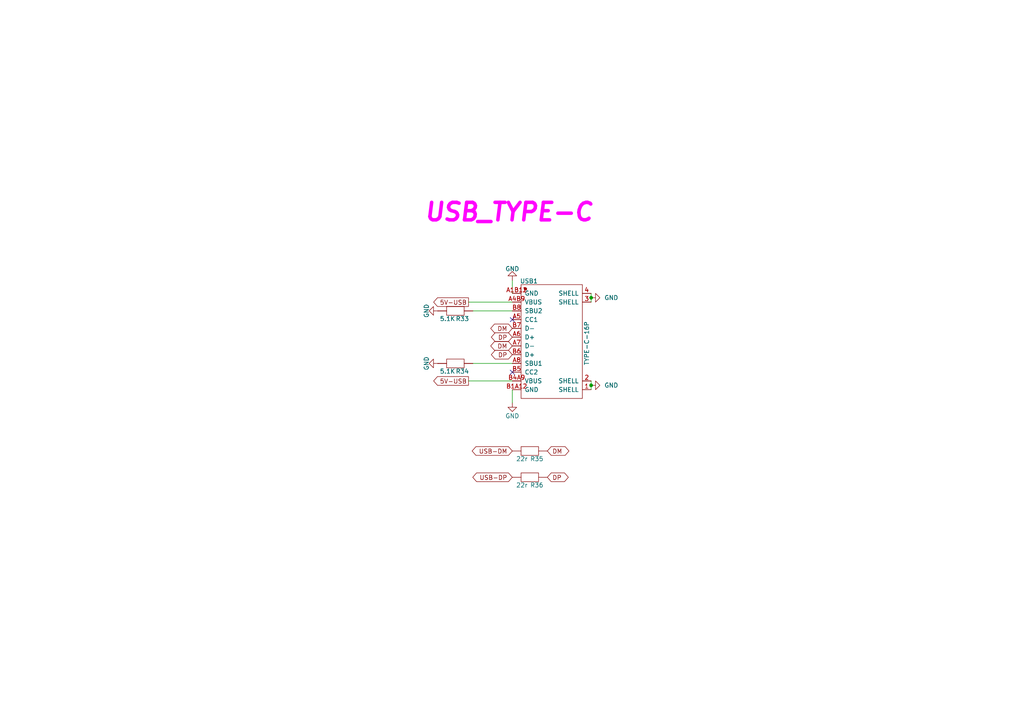
<source format=kicad_sch>
(kicad_sch (version 20231120) (generator "eeschema") (generator_version "8.0")
  (paper "A4")
  (title_block (title "USB") (date "2025-01-24") (rev "Dennis_Re_Yoonjiho"))
  (lib_symbols
    (symbol "Ts_Foc_Vo符号库:RES" (pin_numbers hide) (pin_names (offset 1.016) hide)
      (property "Reference" "R" (at -2.286 2.032 0))
      (property "Value" "Value" (at 2.286 2.032 0))
      (symbol "RES_1_1"
        (rectangle (start -2.54 1.27) (end 2.54 -1.27) (stroke (width 0.1524)))
        (pin input line (at -5.08 0 0) (length 2.54) (name "1") (number "1"))
        (pin input line (at 5.08 0 180) (length 2.54) (name "2") (number "2"))
      )
    )
    (symbol "Ts_Foc_Vo符号库:TYPE-C-16P" (pin_names (offset 1.016))
      (property "Reference" "USB" (at -8.382 18.796 0))
      (property "Value" "TYPE-C-16P" (at 9.398 1.27 90))
      (symbol "TYPE-C-16P_1_1"
        (rectangle (start -10.16 17.78) (end 7.62 -15.24) (stroke (width 0.1524)))
        (circle (center -8.89 16.51) (radius 0.381) (stroke (width 0.1524)) (fill (type outline)))
        (pin input line (at 10.16 -12.7 180) (length 2.54) (name "SHELL") (number "1"))
        (pin input line (at 10.16 -10.16 180) (length 2.54) (name "SHELL") (number "2"))
        (pin input line (at 10.16 12.7 180) (length 2.54) (name "SHELL") (number "3"))
        (pin input line (at 10.16 15.24 180) (length 2.54) (name "SHELL") (number "4"))
        (pin input line (at -12.7 15.24 0) (length 2.54) (name "GND") (number "A1B12"))
        (pin input line (at -12.7 12.7 0) (length 2.54) (name "VBUS") (number "A4B9"))
        (pin input line (at -12.7 7.62 0) (length 2.54) (name "CC1") (number "A5"))
        (pin input line (at -12.7 2.54 0) (length 2.54) (name "D+") (number "A6"))
        (pin input line (at -12.7 0 0) (length 2.54) (name "D-") (number "A7"))
        (pin input line (at -12.7 -5.08 0) (length 2.54) (name "SBU1") (number "A8"))
        (pin input line (at -12.7 -12.7 0) (length 2.54) (name "GND") (number "B1A12"))
        (pin input line (at -12.7 -10.16 0) (length 2.54) (name "VBUS") (number "B4A9"))
        (pin input line (at -12.7 -7.62 0) (length 2.54) (name "CC2") (number "B5"))
        (pin input line (at -12.7 -2.54 0) (length 2.54) (name "D+") (number "B6"))
        (pin input line (at -12.7 5.08 0) (length 2.54) (name "D-") (number "B7"))
        (pin input line (at -12.7 10.16 0) (length 2.54) (name "SBU2") (number "B8"))
      )
    )
    (symbol "power:GND" (power) (pin_numbers hide) (pin_names (offset 0) hide)
      (property "Value" "GND" (at 0 -3.81 0))
      (symbol "GND_0_1"
        (polyline (pts (xy 0 0) (xy 0 -1.27) (xy 1.27 -1.27) (xy 0 -2.54) (xy -1.27 -1.27) (xy 0 -1.27)))
      )
      (symbol "GND_1_1"
        (pin power_in line (at 0 0 270) (length 0) (name "~") (number "1"))
      )
    )
  )
  (junction (at 171.45 86.36))
  (junction (at 171.45 111.76))
  (no_connect (at 148.59 107.95))
  (no_connect (at 148.59 92.71))
  (wire (pts (xy 171.45 111.76) (xy 171.45 113.03)))
  (wire (pts (xy 171.45 85.09) (xy 171.45 86.36)))
  (wire (pts (xy 148.59 81.28) (xy 148.59 85.09)))
  (wire (pts (xy 137.16 90.17) (xy 148.59 90.17)))
  (wire (pts (xy 135.89 87.63) (xy 148.59 87.63)))
  (wire (pts (xy 135.89 110.49) (xy 148.59 110.49)))
  (wire (pts (xy 171.45 110.49) (xy 171.45 111.76)))
  (wire (pts (xy 171.45 86.36) (xy 171.45 87.63)))
  (wire (pts (xy 137.16 105.41) (xy 148.59 105.41)))
  (wire (pts (xy 148.59 116.84) (xy 148.59 113.03)))
  (text "USB_TYPE-C" (exclude_from_sim yes) (at 147.574 61.722 0) (effects (font (size 5.08 5.08) (thickness 1.016) (bold yes) (italic yes))))
  (global_label "DM" (shape bidirectional) (at 148.59 95.25 180) (property "Intersheetrefs" "${INTERSHEET_REFS}" (effects (hide yes))))
  (global_label "DP" (shape bidirectional) (at 148.59 102.87 180) (property "Intersheetrefs" "${INTERSHEET_REFS}" (effects (hide yes))))
  (global_label "5V-USB" (shape output) (at 135.89 110.49 180) (property "Intersheetrefs" "${INTERSHEET_REFS}" (effects (hide yes))))
  (global_label "USB-DP" (shape bidirectional) (at 148.59 138.43 180) (property "Intersheetrefs" "${INTERSHEET_REFS}" (effects (hide yes))))
  (global_label "USB-DM" (shape bidirectional) (at 148.59 130.81 180) (property "Intersheetrefs" "${INTERSHEET_REFS}" (effects (hide yes))))
  (global_label "DP" (shape bidirectional) (at 158.75 138.43 0) (property "Intersheetrefs" "${INTERSHEET_REFS}" (effects (hide yes))))
  (global_label "DM" (shape bidirectional) (at 158.75 130.81 0) (property "Intersheetrefs" "${INTERSHEET_REFS}" (effects (hide yes))))
  (global_label "5V-USB" (shape output) (at 135.89 87.63 180) (property "Intersheetrefs" "${INTERSHEET_REFS}" (effects (hide yes))))
  (global_label "DM" (shape bidirectional) (at 148.59 100.33 180) (property "Intersheetrefs" "${INTERSHEET_REFS}" (effects (hide yes))))
  (global_label "DP" (shape bidirectional) (at 148.59 97.79 180) (property "Intersheetrefs" "${INTERSHEET_REFS}" (effects (hide yes))))
  (symbol (lib_id "power:GND") (at 148.59 81.28 180) (unit 1)
    (property "Reference" "#PWR042" (effects (hide yes)))
    (property "Value" "GND" (at 148.59 77.978 0))
    (property "Description" "Power symbol creates a global label with name \"GND\" , ground" (effects (hide yes)))
  )
  (symbol (lib_id "Ts_Foc_Vo符号库:TYPE-C-16P") (at 161.29 100.33 0) (unit 1)
    (property "Reference" "USB1" (at 153.416 81.534 0))
    (property "Value" "TYPE-C-16P" (at 170.18 99.568 90))
    (property "Footprint" "Ts_Foc_Vo封装库:USB-C-16P-SMD" (effects (hide yes)))
    (property "SuppliersPartNumber" "C2997433" (effects (hide yes)))
    (property "uuid" "std:67480e8a04024e84947abb12cc4048b0" (effects (hide yes)))
  )
  (symbol (lib_id "power:GND") (at 171.45 86.36 90) (unit 1)
    (property "Reference" "#PWR040" (effects (hide yes)))
    (property "Value" "GND" (at 175.26 86.3599 90) (effects (justify right)))
    (property "Description" "Power symbol creates a global label with name \"GND\" , ground" (effects (hide yes)))
  )
  (symbol (lib_id "power:GND") (at 127 105.41 270) (unit 1)
    (property "Reference" "#PWR045" (effects (hide yes)))
    (property "Value" "GND" (at 123.698 105.41 0))
    (property "Description" "Power symbol creates a global label with name \"GND\" , ground" (effects (hide yes)))
  )
  (symbol (lib_id "Ts_Foc_Vo符号库:RES") (at 132.08 90.17 0) (unit 1)
    (property "Reference" "R33" (at 134.112 92.456 0))
    (property "Value" "5.1K" (at 129.794 92.456 0))
    (property "Footprint" "Ts_Foc_Vo封装库:Res_0402" (effects (hide yes)))
    (property "SuppliersPartNumber" "C5200633" (effects (hide yes)))
    (property "uuid" "std:0c78b8f437b74d4badbc2695159e48f2" (effects (hide yes)))
  )
  (symbol (lib_id "Ts_Foc_Vo符号库:RES") (at 132.08 105.41 0) (unit 1)
    (property "Reference" "R34" (at 134.112 107.696 0))
    (property "Value" "5.1K" (at 129.794 107.696 0))
    (property "Footprint" "Ts_Foc_Vo封装库:Res_0402" (effects (hide yes)))
    (property "SuppliersPartNumber" "C5200633" (effects (hide yes)))
    (property "uuid" "std:0c78b8f437b74d4badbc2695159e48f2" (effects (hide yes)))
  )
  (symbol (lib_id "Ts_Foc_Vo符号库:RES") (at 153.67 138.43 0) (unit 1)
    (property "Reference" "R36" (at 155.702 140.716 0))
    (property "Value" "22r" (at 151.384 140.716 0))
    (property "Footprint" "Ts_Foc_Vo封装库:Res_0402" (effects (hide yes)))
    (property "SuppliersPartNumber" "C5200633" (effects (hide yes)))
    (property "uuid" "std:0c78b8f437b74d4badbc2695159e48f2" (effects (hide yes)))
  )
  (symbol (lib_id "power:GND") (at 148.59 116.84 0) (unit 1)
    (property "Reference" "#PWR043" (effects (hide yes)))
    (property "Value" "GND" (at 148.59 120.65 0))
    (property "Description" "Power symbol creates a global label with name \"GND\" , ground" (effects (hide yes)))
  )
  (symbol (lib_id "power:GND") (at 127 90.17 270) (unit 1)
    (property "Reference" "#PWR044" (effects (hide yes)))
    (property "Value" "GND" (at 123.698 90.17 0))
    (property "Description" "Power symbol creates a global label with name \"GND\" , ground" (effects (hide yes)))
  )
  (symbol (lib_id "power:GND") (at 171.45 111.76 90) (unit 1)
    (property "Reference" "#PWR041" (effects (hide yes)))
    (property "Value" "GND" (at 175.26 111.7599 90) (effects (justify right)))
    (property "Description" "Power symbol creates a global label with name \"GND\" , ground" (effects (hide yes)))
  )
  (symbol (lib_id "Ts_Foc_Vo符号库:RES") (at 153.67 130.81 0) (unit 1)
    (property "Reference" "R35" (at 155.702 133.096 0))
    (property "Value" "22r" (at 151.384 133.096 0))
    (property "Footprint" "Ts_Foc_Vo封装库:Res_0402" (effects (hide yes)))
    (property "SuppliersPartNumber" "C5200633" (effects (hide yes)))
    (property "uuid" "std:0c78b8f437b74d4badbc2695159e48f2" (effects (hide yes)))
  )
)
</source>
